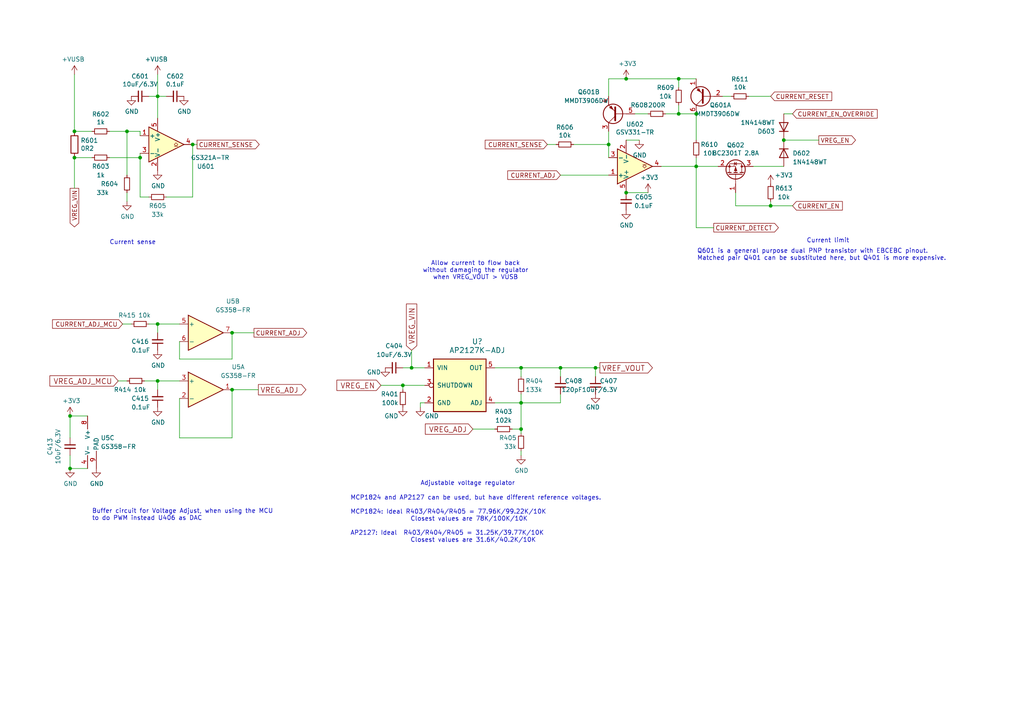
<source format=kicad_sch>
(kicad_sch (version 20250114) (generator "eeschema") (generator_version "9.0")
  (paper "A4")
  (lib_symbols
    (symbol "Amplifier_Operational:LM358_DFN" (pin_names (offset 0.127))
      (property "Reference" "U" (at 0 5.08 0))
      (property "Value" "LM358_DFN" (at 0 -5.08 0))
      (symbol "LM358_DFN_1_1"
        (polyline (pts (xy -5.08 5.08) (xy 5.08 0) (xy -5.08 -5.08) (xy -5.08 5.08)) (stroke (width 0.254)) (fill (type background)))
        (pin input line (at -7.62 2.54 0) (length 2.54) (name "+") (number "3"))
        (pin input line (at -7.62 -2.54 0) (length 2.54) (name "-") (number "2"))
        (pin output line (at 7.62 0 180) (length 2.54) (name "~") (number "1"))
      )
      (symbol "LM358_DFN_2_1"
        (polyline (pts (xy -5.08 5.08) (xy 5.08 0) (xy -5.08 -5.08) (xy -5.08 5.08)) (stroke (width 0.254)) (fill (type background)))
        (pin input line (at -7.62 2.54 0) (length 2.54) (name "+") (number "5"))
        (pin input line (at -7.62 -2.54 0) (length 2.54) (name "-") (number "6"))
        (pin output line (at 7.62 0 180) (length 2.54) (name "~") (number "7"))
      )
      (symbol "LM358_DFN_3_1"
        (pin power_in line (at -2.54 7.62 270) (length 3.81) (name "V+") (number "8"))
        (pin power_in line (at -2.54 -7.62 90) (length 3.81) (name "V-") (number "4"))
        (pin power_in line (at 0 -7.62 90) (length 5.08) (name "PAD") (number "9"))
      )
    )
    (symbol "BusPirate-5-rev10-rescue:+3.3V-power" (power) (pin_names (offset 0))
      (property "Value" "+3.3V-power" (at 0 3.556 0))
      (symbol "+3.3V-power_0_1"
        (polyline (pts (xy -0.762 1.27) (xy 0 2.54)))
        (polyline (pts (xy 0 2.54) (xy 0.762 1.27)))
        (polyline (pts (xy 0 0) (xy 0 2.54)))
      )
      (symbol "+3.3V-power_1_1"
        (pin power_in line (at 0 0 90) (length 0) (hide yes) (name "+3V3") (number "1"))
      )
    )
    (symbol "Comparator:LMV331" (pin_names (offset 0.127))
      (property "Reference" "U" (at 1.27 5.08 0))
      (property "Value" "LMV331" (at 3.81 -5.08 0))
      (symbol "LMV331_0_1"
        (polyline (pts (xy -5.08 5.08) (xy 5.08 0) (xy -5.08 -5.08) (xy -5.08 5.08)) (stroke (width 0.254)) (fill (type background)))
        (polyline (pts (xy 3.302 -0.508) (xy 2.794 -0.508) (xy 3.302 0) (xy 2.794 0.508) (xy 2.286 0) (xy 2.794 -0.508) (xy 2.286 -0.508)) (stroke (width 0.127)))
      )
      (symbol "LMV331_1_1"
        (pin input line (at -7.62 2.54 0) (length 2.54) (name "+") (number "1"))
        (pin input line (at -7.62 -2.54 0) (length 2.54) (name "-") (number "3"))
        (pin power_in line (at -2.54 7.62 270) (length 3.81) (name "V+") (number "5"))
        (pin power_in line (at -2.54 -7.62 90) (length 3.81) (name "V-") (number "2"))
        (pin open_collector line (at 7.62 0 180) (length 2.54) (name "~") (number "4"))
      )
    )
    (symbol "Device:C_Small" (pin_numbers (hide yes)) (pin_names (offset 0.254) (hide yes))
      (property "Reference" "C" (at 0.254 1.778 0))
      (property "Value" "C_Small" (at 0.254 -2.032 0))
      (symbol "C_Small_0_1"
        (polyline (pts (xy -1.524 0.508) (xy 1.524 0.508)) (stroke (width 0.3048)))
        (polyline (pts (xy -1.524 -0.508) (xy 1.524 -0.508)) (stroke (width 0.3302)))
      )
      (symbol "C_Small_1_1"
        (pin passive line (at 0 2.54 270) (length 2.032) (name "~") (number "1"))
        (pin passive line (at 0 -2.54 90) (length 2.032) (name "~") (number "2"))
      )
    )
    (symbol "Device:R" (pin_numbers (hide yes)) (pin_names (offset 0))
      (property "Reference" "R" (at 2.032 0 90))
      (property "Value" "R" (at 0 0 90))
      (symbol "R_0_1"
        (rectangle (start -1.016 -2.54) (end 1.016 2.54) (stroke (width 0.254)))
      )
      (symbol "R_1_1"
        (pin passive line (at 0 3.81 270) (length 1.27) (name "~") (number "1"))
        (pin passive line (at 0 -3.81 90) (length 1.27) (name "~") (number "2"))
      )
    )
    (symbol "Device:R_Small" (pin_numbers (hide yes)) (pin_names (offset 0.254) (hide yes))
      (property "Reference" "R" (at 0.762 0.508 0))
      (property "Value" "R_Small" (at 0.762 -1.016 0))
      (symbol "R_Small_0_1"
        (rectangle (start -0.762 1.778) (end 0.762 -1.778) (stroke (width 0.2032)))
      )
      (symbol "R_Small_1_1"
        (pin passive line (at 0 2.54 270) (length 0.762) (name "~") (number "1"))
        (pin passive line (at 0 -2.54 90) (length 0.762) (name "~") (number "2"))
      )
    )
    (symbol "Diode:1N4148WS" (pin_numbers (hide yes)) (pin_names (hide yes))
      (property "Reference" "D" (at 0 2.54 0))
      (property "Value" "1N4148WS" (at 0 -2.54 0))
      (symbol "1N4148WS_0_1"
        (polyline (pts (xy -1.27 1.27) (xy -1.27 -1.27)) (stroke (width 0.254)))
        (polyline (pts (xy 1.27 1.27) (xy 1.27 -1.27) (xy -1.27 0) (xy 1.27 1.27)) (stroke (width 0.254)))
        (polyline (pts (xy 1.27 0) (xy -1.27 0)))
      )
      (symbol "1N4148WS_1_1"
        (pin passive line (at -3.81 0 0) (length 2.54) (name "K") (number "1"))
        (pin passive line (at 3.81 0 180) (length 2.54) (name "A") (number "2"))
      )
    )
    (symbol "Transistor_FET:BSS84" (pin_names (hide yes))
      (property "Reference" "Q" (at 5.08 1.905 0))
      (property "Value" "BSS84" (at 5.08 0 0))
      (symbol "BSS84_0_1"
        (polyline (pts (xy 0.254 1.905) (xy 0.254 -1.905)) (stroke (width 0.254)))
        (polyline (pts (xy 0.254 0) (xy -2.54 0)))
        (polyline (pts (xy 0.762 2.286) (xy 0.762 1.27)) (stroke (width 0.254)))
        (polyline (pts (xy 0.762 1.778) (xy 3.302 1.778) (xy 3.302 -1.778) (xy 0.762 -1.778)))
        (polyline (pts (xy 0.762 0.508) (xy 0.762 -0.508)) (stroke (width 0.254)))
        (polyline (pts (xy 0.762 -1.27) (xy 0.762 -2.286)) (stroke (width 0.254)))
        (circle (center 1.651 0) (radius 2.794) (stroke (width 0.254)))
        (polyline (pts (xy 2.286 0) (xy 1.27 0.381) (xy 1.27 -0.381) (xy 2.286 0)) (fill (type outline)))
        (polyline (pts (xy 2.54 2.54) (xy 2.54 1.778)))
        (circle (center 2.54 1.778) (radius 0.254) (fill (type outline)))
        (circle (center 2.54 -1.778) (radius 0.254) (fill (type outline)))
        (polyline (pts (xy 2.54 -2.54) (xy 2.54 0) (xy 0.762 0)))
        (polyline (pts (xy 2.794 -0.508) (xy 2.921 -0.381) (xy 3.683 -0.381) (xy 3.81 -0.254)))
        (polyline (pts (xy 3.302 -0.381) (xy 2.921 0.254) (xy 3.683 0.254) (xy 3.302 -0.381)))
      )
      (symbol "BSS84_1_1"
        (pin input line (at -5.08 0 0) (length 2.54) (name "G") (number "1"))
        (pin passive line (at 2.54 5.08 270) (length 2.54) (name "D") (number "3"))
        (pin passive line (at 2.54 -5.08 90) (length 2.54) (name "S") (number "2"))
      )
    )
    (symbol "dp-power:+VUSB" (power) (pin_names (offset 1.016))
      (property "Value" "+VUSB" (at 0 5.08 0))
      (symbol "+VUSB_0_1"
        (polyline (pts (xy 0 2.54) (xy -0.762 1.27)))
        (polyline (pts (xy 0 2.54) (xy 0.762 1.27)))
        (polyline (pts (xy 0 0) (xy 0 2.54)))
      )
      (symbol "+VUSB_1_1"
        (pin power_in line (at 0 0 90) (length 0) (hide yes) (name "+VUSB") (number "1"))
      )
    )
    (symbol "dp-vreg:MCP1824" (pin_names (offset 1.016))
      (property "Reference" "U" (at 0 12.7 0))
      (property "Value" "MCP1824" (at 0 10.16 0))
      (symbol "MCP1824_0_1"
        (rectangle (start -7.62 7.62) (end 7.62 -7.62) (stroke (width 0.3048)) (fill (type background)))
      )
      (symbol "MCP1824_1_1"
        (pin input line (at -10.16 5.08 0) (length 2.54) (name "VIN") (number "1"))
        (pin input inverted (at -10.16 0 0) (length 2.54) (name "SHUTDOWN") (number "3"))
        (pin input line (at -10.16 -5.08 0) (length 2.54) (name "GND") (number "2"))
        (pin power_out line (at 10.16 5.08 180) (length 2.54) (name "OUT") (number "5"))
        (pin input line (at 10.16 -5.08 180) (length 2.54) (name "ADJ") (number "4"))
      )
    )
    (symbol "kicad5-device:Q_DUAL_PNP_PNP_E1B1C2E2B2C1" (pin_names (offset 0) (hide yes))
      (property "Reference" "Q" (at 5.08 1.27 0))
      (property "Value" "Q_DUAL_PNP_PNP_E1B1C2E2B2C1" (at 5.08 -1.27 0))
      (symbol "Q_DUAL_PNP_PNP_E1B1C2E2B2C1_0_1"
        (polyline (pts (xy 0.635 1.905) (xy 0.635 -1.905) (xy 0.635 -1.905)) (stroke (width 0.508)))
        (polyline (pts (xy 0.635 0.635) (xy 2.54 2.54)))
        (polyline (pts (xy 0.635 0) (xy -2.54 0)))
        (polyline (pts (xy 0.635 -0.635) (xy 2.54 -2.54) (xy 2.54 -2.54)))
        (circle (center 1.27 0) (radius 2.8194) (stroke (width 0.254)))
        (polyline (pts (xy 2.286 -1.778) (xy 1.778 -2.286) (xy 1.27 -1.27) (xy 2.286 -1.778) (xy 2.286 -1.778)) (fill (type outline)))
      )
      (symbol "Q_DUAL_PNP_PNP_E1B1C2E2B2C1_1_1"
        (pin input line (at -5.08 0 0) (length 2.54) (name "B1") (number "2"))
        (pin passive line (at 2.54 5.08 270) (length 2.54) (name "C1") (number "6"))
        (pin passive line (at 2.54 -5.08 90) (length 2.54) (name "E1") (number "1"))
      )
      (symbol "Q_DUAL_PNP_PNP_E1B1C2E2B2C1_2_1"
        (pin input line (at -5.08 0 0) (length 2.54) (name "B2") (number "5"))
        (pin passive line (at 2.54 5.08 270) (length 2.54) (name "C2") (number "3"))
        (pin passive line (at 2.54 -5.08 90) (length 2.54) (name "E2") (number "4"))
      )
    )
    (symbol "power:GND" (power) (pin_names (offset 0))
      (property "Value" "GND" (at 0 -3.81 0))
      (symbol "GND_0_1"
        (polyline (pts (xy 0 0) (xy 0 -1.27) (xy 1.27 -1.27) (xy 0 -2.54) (xy -1.27 -1.27) (xy 0 -1.27)))
      )
      (symbol "GND_1_1"
        (pin power_in line (at 0 0 270) (length 0) (hide yes) (name "GND") (number "1"))
      )
    )
  )
  (text "Adjustable voltage regulator" (at 121.92 140.97 0) (effects (font (size 1.27 1.27)) (justify left bottom)))
  (text "Current sense" (at 31.75 71.12 0) (effects (font (size 1.27 1.27)) (justify left bottom)))
  (text "Allow current to flow back\nwithout damaging the regulator\nwhen VREG_VOUT > VUSB" (at 137.922 78.486 0) (effects (font (size 1.27 1.27))))
  (text "MCP1824 and AP2127 can be used, but have different reference voltages.\n\nMCP1824: Ideal R403/R404/R405 = 77.96K/99.22K/10K\n                  Closest values are 78K/100K/10K\n\nAP2127: Ideal  R403/R404/R405 = 31.25K/39.77K/10K\n                  Closest values are 31.6K/40.2K/10K" (at 101.6 157.48 0) (effects (font (size 1.27 1.27)) (justify left bottom)))
  (text "Current limit" (at 233.934 70.612 0) (effects (font (size 1.27 1.27)) (justify left bottom)))
  (text "Buffer circuit for Voltage Adjust, when using the MCU\nto do PWM instead U406 as DAC" (at 26.67 151.13 0) (effects (font (size 1.27 1.27)) (justify left bottom)))
  (text "Q601 is a general purpose dual PNP transistor with EBCEBC pinout. \nMatched pair Q401 can be substituted here, but Q401 is more expensive.\n" (at 202.184 75.692 0) (effects (font (size 1.27 1.27)) (justify left bottom)))
  (junction (at 201.93 48.26))
  (junction (at 151.13 106.68))
  (junction (at 227.33 40.64))
  (junction (at 201.93 33.02))
  (junction (at 162.56 106.68))
  (junction (at 116.84 111.76))
  (junction (at 20.32 120.65))
  (junction (at 181.61 22.86))
  (junction (at 196.85 33.02))
  (junction (at 45.72 27.94))
  (junction (at 21.59 38.1))
  (junction (at 67.31 113.03))
  (junction (at 40.64 45.72))
  (junction (at 151.13 124.46))
  (junction (at 45.72 93.98))
  (junction (at 119.38 106.68))
  (junction (at 45.72 110.49))
  (junction (at 181.61 55.88))
  (junction (at 172.72 106.68))
  (junction (at 55.88 41.91))
  (junction (at 20.32 135.89))
  (junction (at 176.53 41.91))
  (junction (at 36.83 38.1))
  (junction (at 151.13 116.84))
  (junction (at 196.85 22.86))
  (junction (at 21.59 45.72))
  (junction (at 67.31 96.52))
  (junction (at 223.52 59.69))
  (wire (pts (xy 213.36 59.69) (xy 213.36 55.88)))
  (wire (pts (xy 26.67 45.72) (xy 21.59 45.72)))
  (wire (pts (xy 151.13 132.08) (xy 151.13 130.81)))
  (wire (pts (xy 176.53 50.8) (xy 162.56 50.8)))
  (wire (pts (xy 20.32 132.08) (xy 20.32 135.89)))
  (wire (pts (xy 67.31 127) (xy 67.31 113.03)))
  (wire (pts (xy 176.53 41.91) (xy 176.53 45.72)))
  (wire (pts (xy 52.07 110.49) (xy 45.72 110.49)))
  (wire (pts (xy 223.52 27.94) (xy 217.17 27.94)))
  (wire (pts (xy 151.13 125.73) (xy 151.13 124.46)))
  (wire (pts (xy 20.32 120.65) (xy 20.32 127)))
  (wire (pts (xy 166.37 41.91) (xy 176.53 41.91)))
  (wire (pts (xy 181.61 22.86) (xy 176.53 22.86)))
  (wire (pts (xy 31.75 38.1) (xy 36.83 38.1)))
  (wire (pts (xy 161.29 41.91) (xy 158.75 41.91)))
  (wire (pts (xy 151.13 116.84) (xy 162.56 116.84)))
  (wire (pts (xy 191.77 48.26) (xy 201.93 48.26)))
  (wire (pts (xy 45.72 93.98) (xy 45.72 96.52)))
  (wire (pts (xy 123.19 116.84) (xy 121.92 116.84)))
  (wire (pts (xy 40.64 38.1) (xy 40.64 39.37)))
  (wire (pts (xy 67.31 104.14) (xy 67.31 96.52)))
  (wire (pts (xy 40.64 57.15) (xy 40.64 45.72)))
  (wire (pts (xy 45.72 27.94) (xy 45.72 21.59)))
  (wire (pts (xy 21.59 38.1) (xy 21.59 21.59)))
  (wire (pts (xy 151.13 116.84) (xy 151.13 114.3)))
  (wire (pts (xy 116.84 111.76) (xy 110.49 111.76)))
  (wire (pts (xy 187.96 33.02) (xy 184.15 33.02)))
  (wire (pts (xy 193.04 33.02) (xy 196.85 33.02)))
  (wire (pts (xy 151.13 109.22) (xy 151.13 106.68)))
  (wire (pts (xy 172.72 106.68) (xy 173.99 106.68)))
  (wire (pts (xy 196.85 33.02) (xy 201.93 33.02)))
  (wire (pts (xy 43.18 57.15) (xy 40.64 57.15)))
  (wire (pts (xy 201.93 66.04) (xy 201.93 48.26)))
  (wire (pts (xy 36.83 55.88) (xy 36.83 58.42)))
  (wire (pts (xy 55.88 41.91) (xy 55.88 57.15)))
  (wire (pts (xy 137.16 124.46) (xy 143.51 124.46)))
  (wire (pts (xy 21.59 45.72) (xy 21.59 54.61)))
  (wire (pts (xy 55.88 57.15) (xy 48.26 57.15)))
  (wire (pts (xy 67.31 96.52) (xy 73.66 96.52)))
  (wire (pts (xy 52.07 99.06) (xy 52.07 104.14)))
  (wire (pts (xy 143.51 106.68) (xy 151.13 106.68)))
  (wire (pts (xy 213.36 59.69) (xy 223.52 59.69)))
  (wire (pts (xy 229.87 59.69) (xy 223.52 59.69)))
  (wire (pts (xy 181.61 22.86) (xy 196.85 22.86)))
  (wire (pts (xy 162.56 116.84) (xy 162.56 114.3)))
  (wire (pts (xy 196.85 22.86) (xy 201.93 22.86)))
  (wire (pts (xy 151.13 106.68) (xy 162.56 106.68)))
  (wire (pts (xy 40.64 44.45) (xy 40.64 45.72)))
  (wire (pts (xy 181.61 55.88) (xy 187.96 55.88)))
  (wire (pts (xy 201.93 48.26) (xy 201.93 45.72)))
  (wire (pts (xy 218.44 48.26) (xy 227.33 48.26)))
  (wire (pts (xy 119.38 101.6) (xy 119.38 106.68)))
  (wire (pts (xy 172.72 106.68) (xy 172.72 109.22)))
  (wire (pts (xy 55.88 41.91) (xy 57.15 41.91)))
  (wire (pts (xy 151.13 124.46) (xy 151.13 116.84)))
  (wire (pts (xy 212.09 27.94) (xy 209.55 27.94)))
  (wire (pts (xy 181.61 40.64) (xy 185.42 40.64)))
  (wire (pts (xy 207.01 66.04) (xy 201.93 66.04)))
  (wire (pts (xy 237.49 40.64) (xy 227.33 40.64)))
  (wire (pts (xy 176.53 27.94) (xy 176.53 22.86)))
  (wire (pts (xy 45.72 113.03) (xy 45.72 110.49)))
  (wire (pts (xy 52.07 115.57) (xy 52.07 127)))
  (wire (pts (xy 116.84 106.68) (xy 119.38 106.68)))
  (wire (pts (xy 116.84 113.03) (xy 116.84 111.76)))
  (wire (pts (xy 52.07 127) (xy 67.31 127)))
  (wire (pts (xy 143.51 116.84) (xy 151.13 116.84)))
  (wire (pts (xy 26.67 38.1) (xy 21.59 38.1)))
  (wire (pts (xy 45.72 93.98) (xy 52.07 93.98)))
  (wire (pts (xy 119.38 106.68) (xy 123.19 106.68)))
  (wire (pts (xy 52.07 104.14) (xy 67.31 104.14)))
  (wire (pts (xy 148.59 124.46) (xy 151.13 124.46)))
  (wire (pts (xy 176.53 38.1) (xy 176.53 41.91)))
  (wire (pts (xy 36.83 50.8) (xy 36.83 38.1)))
  (wire (pts (xy 45.72 110.49) (xy 41.91 110.49)))
  (wire (pts (xy 74.93 113.03) (xy 67.31 113.03)))
  (wire (pts (xy 123.19 111.76) (xy 116.84 111.76)))
  (wire (pts (xy 201.93 40.64) (xy 201.93 33.02)))
  (wire (pts (xy 196.85 25.4) (xy 196.85 22.86)))
  (wire (pts (xy 162.56 109.22) (xy 162.56 106.68)))
  (wire (pts (xy 162.56 106.68) (xy 172.72 106.68)))
  (wire (pts (xy 208.28 48.26) (xy 201.93 48.26)))
  (wire (pts (xy 36.83 110.49) (xy 34.29 110.49)))
  (wire (pts (xy 40.64 45.72) (xy 31.75 45.72)))
  (wire (pts (xy 196.85 30.48) (xy 196.85 33.02)))
  (wire (pts (xy 43.18 27.94) (xy 45.72 27.94)))
  (wire (pts (xy 36.83 38.1) (xy 40.64 38.1)))
  (wire (pts (xy 20.32 120.65) (xy 25.4 120.65)))
  (wire (pts (xy 45.72 27.94) (xy 45.72 34.29)))
  (wire (pts (xy 223.52 58.42) (xy 223.52 59.69)))
  (wire (pts (xy 43.18 93.98) (xy 45.72 93.98)))
  (wire (pts (xy 229.87 33.02) (xy 227.33 33.02)))
  (wire (pts (xy 121.92 116.84) (xy 121.92 118.11)))
  (wire (pts (xy 45.72 27.94) (xy 48.26 27.94)))
  (wire (pts (xy 20.32 135.89) (xy 25.4 135.89)))
  (wire (pts (xy 38.1 93.98) (xy 35.56 93.98)))
  (global_label "CURRENT_ADJ" (shape input) (at 162.56 50.8 180) (property "Intersheetrefs" "${INTERSHEET_REFS}" (effects (hide yes))))
  (global_label "VREG_VIN" (shape output) (at 21.59 54.61 270) (property "Intersheetrefs" "${INTERSHEET_REFS}" (effects (hide yes))))
  (global_label "VREF_VOUT" (shape output) (at 173.99 106.68 0) (effects (font (size 1.524 1.524))) (property "Intersheetrefs" "${INTERSHEET_REFS}" (effects (hide yes))))
  (global_label "VREG_ADJ" (shape output) (at 74.93 113.03 0) (effects (font (size 1.524 1.524))) (property "Intersheetrefs" "${INTERSHEET_REFS}" (effects (hide yes))))
  (global_label "CURRENT_ADJ" (shape output) (at 73.66 96.52 0) (property "Intersheetrefs" "${INTERSHEET_REFS}" (effects (hide yes))))
  (global_label "CURRENT_DETECT" (shape output) (at 207.01 66.04 0) (property "Intersheetrefs" "${INTERSHEET_REFS}" (effects (hide yes))))
  (global_label "VREG_ADJ" (shape input) (at 137.16 124.46 180) (effects (font (size 1.524 1.524))) (property "Intersheetrefs" "${INTERSHEET_REFS}" (effects (hide yes))))
  (global_label "VREG_EN" (shape output) (at 237.49 40.64 0) (property "Intersheetrefs" "${INTERSHEET_REFS}" (effects (hide yes))))
  (global_label "CURRENT_SENSE" (shape input) (at 158.75 41.91 180) (property "Intersheetrefs" "${INTERSHEET_REFS}" (effects (hide yes))))
  (global_label "VREG_EN" (shape input) (at 110.49 111.76 180) (effects (font (size 1.524 1.524))) (property "Intersheetrefs" "${INTERSHEET_REFS}" (effects (hide yes))))
  (global_label "VREG_ADJ_MCU" (shape input) (at 34.29 110.49 180) (effects (font (size 1.524 1.524))) (property "Intersheetrefs" "${INTERSHEET_REFS}" (effects (hide yes))))
  (global_label "CURRENT_SENSE" (shape output) (at 57.15 41.91 0) (property "Intersheetrefs" "${INTERSHEET_REFS}" (effects (hide yes))))
  (global_label "VREG_VIN" (shape input) (at 119.38 101.6 90) (effects (font (size 1.524 1.524))) (property "Intersheetrefs" "${INTERSHEET_REFS}" (effects (hide yes))))
  (global_label "CURRENT_EN" (shape input) (at 229.87 59.69 0) (property "Intersheetrefs" "${INTERSHEET_REFS}" (effects (hide yes))))
  (global_label "CURRENT_EN_OVERRIDE" (shape input) (at 229.87 33.02 0) (property "Intersheetrefs" "${INTERSHEET_REFS}" (effects (hide yes))))
  (global_label "CURRENT_RESET" (shape input) (at 223.52 27.94 0) (property "Intersheetrefs" "${INTERSHEET_REFS}" (effects (hide yes))))
  (global_label "CURRENT_ADJ_MCU" (shape input) (at 35.56 93.98 180) (property "Intersheetrefs" "${INTERSHEET_REFS}" (effects (hide yes))))
  (symbol (lib_id "dp-vreg:MCP1824") (at 133.35 111.76 0) (unit 1)
    (property "Reference" "U403" (at 138.43 99.06 0) (effects (font (size 1.524 1.524))))
    (property "Value" "AP2127K-ADJ" (at 138.43 101.6 0) (effects (font (size 1.524 1.524))))
    (property "Footprint" "Package_TO_SOT_SMD:SOT-23-5" (effects (hide yes)))
    (property "RMB" "2.68" (effects (hide yes)))
    (property "Supplier" " https://item.szlcsc.com/157049.html" (effects (hide yes)))
    (property "szlcsc_partnumber" "C96343" (effects (hide yes)))
    (property "szlcsc_url" "https://item.szlcsc.com/97547.html?fromZone=s_s__%2522AP2127K-ADJ%2522&spm=sc.gb.xh1.zy.n___sc.gb.hd.ss&lcsc_vid=RlENUlJWE1QKBlBWRAVaUFNTT1leBQZXRFNcVAVQQVAxVlNSRFRcV1ZTQFNZVDsOAxUeFF5JWAgaAglIBBsCBBcFWQIBCks%3D" (effects (hide yes)))
    (instances (project "REV0" (path "" (reference "U?") (unit 1)) (path "" (reference "U403") (unit 1))))
  )
  (symbol (lib_id "power:GND") (at 121.92 118.11 0) (unit 1)
    (property "Reference" "#PWR0412" (effects (hide yes)))
    (property "Value" "GND" (at 123.19 120.65 0) (effects (justify left)))
  )
  (symbol (lib_id "Device:C_Small") (at 172.72 111.76 0) (unit 1)
    (property "Reference" "C407" (at 179.07 110.49 0) (effects (justify right)))
    (property "Value" "10uF/6.3V" (at 179.07 113.03 0) (effects (justify right)))
    (property "Footprint" "Capacitor_SMD:C_0402_1005Metric" (effects (hide yes)))
    (property "Description" "CL05A106MQ5NUNC" (effects (hide yes)))
    (property "RMB" "0.037726" (effects (hide yes)))
    (property "Supplier" "https://item.szlcsc.com/1877.html" (effects (hide yes)))
    (property "MANUFACTURER" "Samsung" (effects (hide yes)))
    (property "szlcsc_partnumber" "C15525" (effects (hide yes)))
    (property "szlcsc_url" "https://item.szlcsc.com/16204.html?fromZone=s_s__%2522CL05A106MQ5NUNC%2522&spm=sc.gb.xh1.zy.n___sc.gb.hd.ss&lcsc_vid=RlENUlJWE1QKBlBWRAVaUFNTT1leBQZXRFNcVAVQQVAxVlNSRFRfXlxWQ1hXUDsOAxUeFF5JWAgaAglIBBsCBBcFWQIBCks%3D" (effects (hide yes)))
  )
  (symbol (lib_id "power:GND") (at 172.72 114.3 0) (unit 1)
    (property "Reference" "#PWR0419" (effects (hide yes)))
    (property "Value" "GND" (at 173.99 118.11 0) (effects (justify right)))
  )
  (symbol (lib_id "Device:C_Small") (at 114.3 106.68 270) (unit 1)
    (property "Reference" "C404" (at 114.3 100.33 90))
    (property "Value" "10uF/6.3V" (at 114.3 102.87 90))
    (property "Footprint" "Capacitor_SMD:C_0402_1005Metric" (effects (hide yes)))
    (property "Description" "CL05A106MQ5NUNC" (effects (hide yes)))
    (property "RMB" "0.037726" (effects (hide yes)))
    (property "Supplier" "https://item.szlcsc.com/1877.html" (effects (hide yes)))
    (property "MANUFACTURER" "Samsung" (effects (hide yes)))
    (property "szlcsc_partnumber" "C15525" (effects (hide yes)))
    (property "szlcsc_url" "https://item.szlcsc.com/16204.html?fromZone=s_s__%2522CL05A106MQ5NUNC%2522&spm=sc.gb.xh1.zy.n___sc.gb.hd.ss&lcsc_vid=RlENUlJWE1QKBlBWRAVaUFNTT1leBQZXRFNcVAVQQVAxVlNSRFRfXlxWQ1hXUDsOAxUeFF5JWAgaAglIBBsCBBcFWQIBCks%3D" (effects (hide yes)))
  )
  (symbol (lib_id "power:GND") (at 111.76 106.68 0) (unit 1)
    (property "Reference" "#PWR0410" (effects (hide yes)))
    (property "Value" "GND" (at 110.49 107.95 0) (effects (justify right)))
  )
  (symbol (lib_id "Device:R_Small") (at 116.84 115.57 0) (unit 1)
    (property "Reference" "R401" (at 115.57 114.3 0) (effects (justify right)))
    (property "Value" "100k" (at 115.57 116.84 0) (effects (justify right)))
    (property "Footprint" "Resistor_SMD:R_0402_1005Metric" (effects (hide yes)))
    (property "RMB" "0.005749" (effects (hide yes)))
    (property "Supplier" "https://item.szlcsc.com/61543.html" (effects (hide yes)))
    (property "szlcsc_partnumber" "C25741" (effects (hide yes)))
    (property "szlcsc_url" "https://item.szlcsc.com/26484.html?fromZone=s_s__%2522100K%25200402%2522&spm=sc.gb.xh1.zy.n&lcsc_vid=RlENUlJWE1QKBlBWRAVaUFNTT1leBQZXRFNcVAVQQVAxVlNSRFRcV1ZTQFNZVDsOAxUeFF5JWAgaAglIBBsCBBcFWQIBCks%3D" (effects (hide yes)))
  )
  (symbol (lib_id "power:GND") (at 116.84 118.11 0) (unit 1)
    (property "Reference" "#PWR0411" (effects (hide yes)))
    (property "Value" "GND" (at 115.57 120.65 0) (effects (justify right)))
  )
  (symbol (lib_id "Device:R_Small") (at 151.13 111.76 0) (unit 1)
    (property "Reference" "R404" (at 152.4 110.49 0) (effects (justify left)))
    (property "Value" "133k" (at 152.4 113.03 0) (effects (justify left)))
    (property "Footprint" "Resistor_SMD:R_0402_1005Metric" (effects (hide yes)))
    (property "RMB" "0.005749" (effects (hide yes)))
    (property "Supplier" "https://item.szlcsc.com/61543.html" (effects (hide yes)))
    (property "szlcsc_partnumber" "C25753" (effects (hide yes)))
    (property "szlcsc_url" "https://item.szlcsc.com/26496.html?fromZone=s_s__%2522133K%25200402%2522&spm=sc.gb.xh4.zy.n___sc.gb.hd.ss&lcsc_vid=RlENUlJWE1QKBlBWRAVaUFNTT1leBQZXRFNcVAVQQVAxVlNSRFRcV1ZTQFNZVDsOAxUeFF5JWAgaAglIBBsCBBcFWQIBCks%3D" (effects (hide yes)))
  )
  (symbol (lib_id "Device:R_Small") (at 151.13 128.27 0) (unit 1)
    (property "Reference" "R405" (at 149.86 127 0) (effects (justify right)))
    (property "Value" "33k" (at 149.86 129.54 0) (effects (justify right)))
    (property "Footprint" "Resistor_SMD:R_0402_1005Metric" (effects (hide yes)))
    (property "RMB" "0.004864" (effects (hide yes)))
    (property "Supplier" "https://item.szlcsc.com/61542.html" (effects (hide yes)))
    (property "szlcsc_partnumber" "C25779" (effects (hide yes)))
    (property "szlcsc_url" "https://item.szlcsc.com/26522.html?fromZone=s_s__%252233K%25200402%2522&spm=sc.gb.xh2.zy.n___sc.gb.hd.ss&lcsc_vid=RlENUlJWE1QKBlBWRAVaUFNTT1leBQZXRFNcVAVQQVAxVlNSRFRcV1ZTQFNZVDsOAxUeFF5JWAgaAglIBBsCBBcFWQIBCks%3D" (effects (hide yes)))
  )
  (symbol (lib_id "Device:R_Small") (at 146.05 124.46 90) (unit 1)
    (property "Reference" "R403" (at 146.05 119.38 90))
    (property "Value" "102k" (at 146.05 121.92 90))
    (property "Footprint" "Resistor_SMD:R_0402_1005Metric" (effects (hide yes)))
    (property "RMB" "0.005944" (effects (hide yes)))
    (property "Supplier" "https://item.szlcsc.com/174835.html" (effects (hide yes)))
    (property "szlcsc_partnumber" "C26991" (effects (hide yes)))
    (property "szlcsc_url" "https://item.szlcsc.com/27740.html?fromZone=s_s__%2522102K%25200402%2522&spm=sc.gb.xh3.zy.n___sc.gb.hd.ss&lcsc_vid=RlENUlJWE1QKBlBWRAVaUFNTT1leBQZXRFNcVAVQQVAxVlNSRFRcV1ZTQFNZVDsOAxUeFF5JWAgaAglIBBsCBBcFWQIBCks%3D" (effects (hide yes)))
  )
  (symbol (lib_id "power:GND") (at 151.13 132.08 0) (unit 1)
    (property "Reference" "#PWR0417" (effects (hide yes)))
    (property "Value" "GND" (at 151.257 136.4742 0))
  )
  (symbol (lib_id "Device:R_Small") (at 29.21 38.1 270) (unit 1)
    (property "Reference" "R602" (at 29.21 33.1216 90))
    (property "Value" "1k" (at 29.21 35.433 90))
    (property "Footprint" "Resistor_SMD:R_0402_1005Metric" (effects (hide yes)))
    (property "RMB" "0.005622" (effects (hide yes)))
    (property "Supplier" "https://item.szlcsc.com/107450.html" (effects (hide yes)))
    (property "szlcsc_partnumber" "C11702" (effects (hide yes)))
    (property "szlcsc_url" "https://item.szlcsc.com/12256.html?fromZone=s_s__%25221K%25200402%2522&spm=sc.gb.xh1.zy.n&lcsc_vid=RlENUlJWE1QKBlBWRAVaUFNTT1leBQZXRFNcVAVQQVAxVlNSRFRcV1VURlNcVTsOAxUeFF5JWAgaAglIBBsCBBcFWQIBCks%3D" (effects (hide yes)))
  )
  (symbol (lib_id "Device:R") (at 21.59 41.91 0) (unit 1)
    (property "Reference" "R601" (at 23.368 40.7416 0) (effects (justify left)))
    (property "Value" "0R2" (at 23.368 43.053 0) (effects (justify left)))
    (property "Footprint" "Resistor_SMD:R_2512_6332Metric_Pad1.40x3.35mm_HandSolder" (effects (hide yes)))
    (property "RMB" "0.418328" (effects (hide yes)))
    (property "Supplier" "https://item.szlcsc.com/464030.html" (effects (hide yes)))
  )
  (symbol (lib_id "Device:R_Small") (at 29.21 45.72 270) (unit 1)
    (property "Reference" "R603" (at 29.21 48.26 90))
    (property "Value" "1k" (at 29.21 50.8 90))
    (property "Footprint" "Resistor_SMD:R_0402_1005Metric" (effects (hide yes)))
    (property "RMB" "0.005622" (effects (hide yes)))
    (property "Supplier" "https://item.szlcsc.com/107450.html" (effects (hide yes)))
    (property "szlcsc_partnumber" "C11702" (effects (hide yes)))
    (property "szlcsc_url" "https://item.szlcsc.com/12256.html?fromZone=s_s__%25221K%25200402%2522&spm=sc.gb.xh1.zy.n&lcsc_vid=RlENUlJWE1QKBlBWRAVaUFNTT1leBQZXRFNcVAVQQVAxVlNSRFRcV1VURlNcVTsOAxUeFF5JWAgaAglIBBsCBBcFWQIBCks%3D" (effects (hide yes)))
  )
  (symbol (lib_id "Device:R_Small") (at 36.83 53.34 180) (unit 1)
    (property "Reference" "R604" (at 29.21 53.34 0) (effects (justify right)))
    (property "Value" "33k" (at 27.94 55.88 0) (effects (justify right)))
    (property "Footprint" "Resistor_SMD:R_0402_1005Metric" (effects (hide yes)))
    (property "RMB" "0.005541" (effects (hide yes)))
    (property "Supplier" "https://item.szlcsc.com/141563.html" (effects (hide yes)))
    (property "szlcsc_partnumber" "C25779" (effects (hide yes)))
    (property "szlcsc_url" "https://item.szlcsc.com/26522.html?fromZone=s_s__%252233K%25200402%2522&spm=sc.gb.xh2.zy.n___sc.gb.hd.ss&lcsc_vid=RlENUlJWE1QKBlBWRAVaUFNTT1leBQZXRFNcVAVQQVAxVlNSRFRcV1ZTQFNZVDsOAxUeFF5JWAgaAglIBBsCBBcFWQIBCks%3D" (effects (hide yes)))
  )
  (symbol (lib_id "power:GND") (at 36.83 58.42 0) (unit 1)
    (property "Reference" "#PWR0602" (effects (hide yes)))
    (property "Value" "GND" (at 36.957 62.8142 0))
  )
  (symbol (lib_id "power:GND") (at 45.72 49.53 0) (unit 1)
    (property "Reference" "#PWR0605" (effects (hide yes)))
    (property "Value" "GND" (at 45.847 53.9242 0))
  )
  (symbol (lib_id "Device:R_Small") (at 45.72 57.15 270) (unit 1)
    (property "Reference" "R605" (at 45.72 59.69 90))
    (property "Value" "33k" (at 45.72 62.23 90))
    (property "Footprint" "Resistor_SMD:R_0402_1005Metric" (effects (hide yes)))
    (property "RMB" "0.005541" (effects (hide yes)))
    (property "Supplier" "https://item.szlcsc.com/141563.html" (effects (hide yes)))
    (property "szlcsc_partnumber" "C25779" (effects (hide yes)))
    (property "szlcsc_url" "https://item.szlcsc.com/26522.html?fromZone=s_s__%252233K%25200402%2522&spm=sc.gb.xh2.zy.n___sc.gb.hd.ss&lcsc_vid=RlENUlJWE1QKBlBWRAVaUFNTT1leBQZXRFNcVAVQQVAxVlNSRFRcV1ZTQFNZVDsOAxUeFF5JWAgaAglIBBsCBBcFWQIBCks%3D" (effects (hide yes)))
  )
  (symbol (lib_id "Device:C_Small") (at 50.8 27.94 270) (unit 1)
    (property "Reference" "C602" (at 50.8 22.1234 90))
    (property "Value" "0.1uF" (at 50.8 24.4348 90))
    (property "Footprint" "Capacitor_SMD:C_0402_1005Metric" (effects (hide yes)))
    (property "RMB" "0.00628" (effects (hide yes)))
    (property "Supplier" "https://item.szlcsc.com/1877.html" (effects (hide yes)))
    (property "szlcsc_partnumber" "C1525" (effects (hide yes)))
    (property "szlcsc_url" "https://item.szlcsc.com/1877.html?fromZone=s_s__%25220.1uF%25200402%2522&spm=sc.gb.xh2.zy.n&lcsc_vid=RlENUlJWE1QKBlBWRAVaUFNTT1leBQZXRFNcVAVQQVAxVlNSRFRfXlBUQ1ZeVzsOAxUeFF5JWAgaAglIBBsCBBcFWQIBCks%3D" (effects (hide yes)))
  )
  (symbol (lib_id "Device:C_Small") (at 40.64 27.94 270) (unit 1)
    (property "Reference" "C601" (at 40.64 22.1234 90))
    (property "Value" "10uF/6.3V" (at 40.64 24.4348 90))
    (property "Footprint" "Capacitor_SMD:C_0402_1005Metric" (effects (hide yes)))
    (property "Description" "CL05A106MQ5NUNC" (effects (hide yes)))
    (property "RMB" "0.043101" (effects (hide yes)))
    (property "Supplier" "https://item.szlcsc.com/108589.html" (effects (hide yes)))
    (property "MANUFACTURER" "Samsung" (effects (hide yes)))
    (property "szlcsc_partnumber" "C15525" (effects (hide yes)))
    (property "szlcsc_url" "https://item.szlcsc.com/16204.html?fromZone=s_s__%2522CL05A106MQ5NUNC%2522&spm=sc.gb.xh1.zy.n___sc.gb.hd.ss&lcsc_vid=RlENUlJWE1QKBlBWRAVaUFNTT1leBQZXRFNcVAVQQVAxVlNSRFRfXlxWQ1hXUDsOAxUeFF5JWAgaAglIBBsCBBcFWQIBCks%3D" (effects (hide yes)))
  )
  (symbol (lib_id "power:GND") (at 53.34 27.94 0) (unit 1)
    (property "Reference" "#PWR0606" (effects (hide yes)))
    (property "Value" "GND" (at 53.467 32.3342 0))
  )
  (symbol (lib_id "power:GND") (at 38.1 27.94 0) (unit 1)
    (property "Reference" "#PWR0603" (effects (hide yes)))
    (property "Value" "GND" (at 38.227 32.3342 0))
  )
  (symbol (lib_id "Device:R_Small") (at 163.83 41.91 270) (unit 1)
    (property "Reference" "R606" (at 163.83 36.9316 90))
    (property "Value" "10k" (at 163.83 39.243 90))
    (property "Footprint" "Resistor_SMD:R_0402_1005Metric" (effects (hide yes)))
    (property "szlcsc_partnumber" "C25744" (effects (hide yes)))
    (property "szlcsc_url" "https://item.szlcsc.com/26487.html?fromZone=s_s__%252210K%25200402%2522&spm=sc.gb.xh1.zy.n___sc.gb.hd.ss&lcsc_vid=RlENUlJWE1QKBlBWRAVaUFNTT1leBQZXRFNcVAVQQVAxVlNSRFRcV1ZTQFNZVDsOAxUeFF5JWAgaAglIBBsCBBcFWQIBCks%3D" (effects (hide yes)))
  )
  (symbol (lib_id "BusPirate-5-rev10-rescue:+3.3V-power") (at 181.61 22.86 0) (unit 1)
    (property "Reference" "#PWR0609" (effects (hide yes)))
    (property "Value" "+3V3" (at 181.991 18.4658 0))
  )
  (symbol (lib_id "Device:C_Small") (at 181.61 58.42 0) (unit 1)
    (property "Reference" "C605" (at 186.69 57.15 0))
    (property "Value" "0.1uF" (at 186.69 59.69 0))
    (property "Footprint" "Capacitor_SMD:C_0402_1005Metric" (effects (hide yes)))
    (property "RMB" "0.00628" (effects (hide yes)))
    (property "Supplier" "https://item.szlcsc.com/1877.html" (effects (hide yes)))
    (property "szlcsc_partnumber" "C1525" (effects (hide yes)))
    (property "szlcsc_url" "https://item.szlcsc.com/1877.html?fromZone=s_s__%25220.1uF%25200402%2522&spm=sc.gb.xh2.zy.n&lcsc_vid=RlENUlJWE1QKBlBWRAVaUFNTT1leBQZXRFNcVAVQQVAxVlNSRFRfXlBUQ1ZeVzsOAxUeFF5JWAgaAglIBBsCBBcFWQIBCks%3D" (effects (hide yes)))
  )
  (symbol (lib_id "power:GND") (at 181.61 60.96 0) (unit 1)
    (property "Reference" "#PWR0610" (effects (hide yes)))
    (property "Value" "GND" (at 181.737 65.3542 0))
  )
  (symbol (lib_id "dp-power:+VUSB") (at 45.72 21.59 0) (unit 1)
    (property "Reference" "#PWR0604" (effects (hide yes)))
    (property "Value" "+VUSB" (at 45.339 17.1958 0))
  )
  (symbol (lib_id "dp-power:+VUSB") (at 21.59 21.59 0) (unit 1)
    (property "Reference" "#PWR0601" (effects (hide yes)))
    (property "Value" "+VUSB" (at 21.209 17.1958 0))
  )
  (symbol (lib_id "BusPirate-5-rev10-rescue:+3.3V-power") (at 187.96 55.88 0) (unit 1)
    (property "Reference" "#PWR0612" (effects (hide yes)))
    (property "Value" "+3V3" (at 188.341 51.4858 0))
  )
  (symbol (lib_id "power:GND") (at 185.42 40.64 0) (unit 1)
    (property "Reference" "#PWR0611" (effects (hide yes)))
    (property "Value" "GND" (at 185.547 45.0342 0))
  )
  (symbol (lib_id "Device:R_Small") (at 190.5 33.02 90) (unit 1)
    (property "Reference" "R608" (at 185.42 30.48 90))
    (property "Value" "200R" (at 190.5 30.48 90))
    (property "Footprint" "Resistor_SMD:R_0402_1005Metric" (effects (hide yes)))
    (property "szlcsc_partnumber" "C25087" (effects (hide yes)))
    (property "szlcsc_url" "https://item.szlcsc.com/25830.html?fromZone=s_s__%2522200R%25200402%2522&spm=sc.gb.xh1.zy.n___sc.gb.hd.ss&lcsc_vid=RlENUlJWE1QKBlBWRAVaUFNTT1leBQZXRFNcVAVQQVAxVlNSRFRcV1ZTQFNZVDsOAxUeFF5JWAgaAglIBBsCBBcFWQIBCks%3D" (effects (hide yes)))
  )
  (symbol (lib_id "Device:R_Small") (at 196.85 27.94 0) (unit 1)
    (property "Reference" "R609" (at 193.04 25.4 0))
    (property "Value" "10k" (at 193.04 27.94 0))
    (property "Footprint" "Resistor_SMD:R_0402_1005Metric" (effects (hide yes)))
    (property "szlcsc_partnumber" "C25744" (effects (hide yes)))
    (property "szlcsc_url" "https://item.szlcsc.com/26487.html?fromZone=s_s__%252210K%25200402%2522&spm=sc.gb.xh1.zy.n___sc.gb.hd.ss&lcsc_vid=RlENUlJWE1QKBlBWRAVaUFNTT1leBQZXRFNcVAVQQVAxVlNSRFRcV1ZTQFNZVDsOAxUeFF5JWAgaAglIBBsCBBcFWQIBCks%3D" (effects (hide yes)))
  )
  (symbol (lib_id "Device:R_Small") (at 201.93 43.18 0) (unit 1)
    (property "Reference" "R610" (at 205.74 41.91 0))
    (property "Value" "10k" (at 205.74 44.45 0))
    (property "Footprint" "Resistor_SMD:R_0402_1005Metric" (effects (hide yes)))
    (property "szlcsc_partnumber" "C25744" (effects (hide yes)))
    (property "szlcsc_url" "https://item.szlcsc.com/26487.html?fromZone=s_s__%252210K%25200402%2522&spm=sc.gb.xh1.zy.n___sc.gb.hd.ss&lcsc_vid=RlENUlJWE1QKBlBWRAVaUFNTT1leBQZXRFNcVAVQQVAxVlNSRFRcV1ZTQFNZVDsOAxUeFF5JWAgaAglIBBsCBBcFWQIBCks%3D" (effects (hide yes)))
  )
  (symbol (lib_id "Transistor_FET:BSS84") (at 213.36 50.8 270) (mirror x) (unit 1)
    (property "Reference" "Q602" (at 213.36 42.0878 90))
    (property "Value" "BC2301T 2.8A" (at 213.36 44.3992 90))
    (property "Footprint" "library:SOT-523" (effects (hide yes)))
    (property "Datasheet" "http://www.aosmd.com/pdfs/datasheet/AO3401A.pdf" (effects (hide yes)))
    (property "RMB" "0.232494" (effects (hide yes)))
    (property "Supplier" "https://item.szlcsc.com/76686.html" (effects (hide yes)))
    (property "szlcsc_partnumber" "C21714127" (effects (hide yes)))
    (property "szlcsc_url" "https://item.szlcsc.com/23141038.html?fromZone=s_s__%2522BC2301T%25202.8A%2522&spm=sc.gb.xh1.zy.n___sc.gb.hd.ss&lcsc_vid=RlENUlJWE1QKBlBWRAVaUFNTT1leBQZXRFNcVAVQQVAxVlNSRFRfXlxWQ1hXUDsOAxUeFF5JWAgaAglIBBsCBBcFWQIBCks%3D" (effects (hide yes)))
  )
  (symbol (lib_id "Device:R_Small") (at 223.52 55.88 0) (unit 1)
    (property "Reference" "R613" (at 227.33 54.61 0))
    (property "Value" "10k" (at 227.33 57.15 0))
    (property "Footprint" "Resistor_SMD:R_0402_1005Metric" (effects (hide yes)))
    (property "szlcsc_partnumber" "C25744" (effects (hide yes)))
    (property "szlcsc_url" "https://item.szlcsc.com/26487.html?fromZone=s_s__%252210K%25200402%2522&spm=sc.gb.xh1.zy.n___sc.gb.hd.ss&lcsc_vid=RlENUlJWE1QKBlBWRAVaUFNTT1leBQZXRFNcVAVQQVAxVlNSRFRcV1ZTQFNZVDsOAxUeFF5JWAgaAglIBBsCBBcFWQIBCks%3D" (effects (hide yes)))
  )
  (symbol (lib_id "BusPirate-5-rev10-rescue:+3.3V-power") (at 223.52 53.34 0) (unit 1)
    (property "Reference" "#PWR0613" (effects (hide yes)))
    (property "Value" "+3V3" (at 227.33 50.8 0))
  )
  (symbol (lib_id "Device:R_Small") (at 214.63 27.94 270) (unit 1)
    (property "Reference" "R611" (at 214.63 22.9616 90))
    (property "Value" "10k" (at 214.63 25.273 90))
    (property "Footprint" "Resistor_SMD:R_0402_1005Metric" (effects (hide yes)))
    (property "szlcsc_partnumber" "C25744" (effects (hide yes)))
    (property "szlcsc_url" "https://item.szlcsc.com/26487.html?fromZone=s_s__%252210K%25200402%2522&spm=sc.gb.xh1.zy.n___sc.gb.hd.ss&lcsc_vid=RlENUlJWE1QKBlBWRAVaUFNTT1leBQZXRFNcVAVQQVAxVlNSRFRcV1ZTQFNZVDsOAxUeFF5JWAgaAglIBBsCBBcFWQIBCks%3D" (effects (hide yes)))
  )
  (symbol (lib_id "kicad5-device:Q_DUAL_PNP_PNP_E1B1C2E2B2C1") (at 204.47 27.94 180) (unit 1)
    (property "Reference" "Q601" (at 212.09 30.48 0) (effects (justify left)))
    (property "Value" "MMDT3906DW" (at 214.63 33.02 0) (effects (justify left)))
    (property "Footprint" "Package_TO_SOT_SMD:SOT-363_SC-70-6" (effects (hide yes)))
    (property "szlcsc_partnumber" "C2836075" (effects (hide yes)))
    (property "szlcsc_url" "https://item.szlcsc.com/3001696.html" (effects (hide yes)))
  )
  (symbol (lib_id "kicad5-device:Q_DUAL_PNP_PNP_E1B1C2E2B2C1") (at 179.07 33.02 180) (unit 2)
    (property "Reference" "Q601" (at 173.99 26.67 0) (effects (justify left)))
    (property "Value" "MMDT3906DW" (at 176.53 29.21 0) (effects (justify left)))
    (property "Footprint" "Package_TO_SOT_SMD:SOT-363_SC-70-6" (effects (hide yes)))
    (property "szlcsc_partnumber" "C2836075" (effects (hide yes)))
    (property "szlcsc_url" "https://item.szlcsc.com/3001696.html" (effects (hide yes)))
  )
  (symbol (lib_id "Diode:1N4148WS") (at 227.33 44.45 270) (unit 1)
    (property "Reference" "D602" (at 229.87 44.45 90) (effects (justify left)))
    (property "Value" "1N4148WT" (at 229.87 46.99 90) (effects (justify left)))
    (property "Footprint" "Diode_SMD:D_SOD-523" (effects (hide yes)))
    (property "Datasheet" "https://www.vishay.com/docs/85751/1n4148ws.pdf" (effects (hide yes)))
    (property "RMB" "0.182079" (effects (hide yes)))
    (property "Supplier" "https://item.szlcsc.com/120141.html" (effects (hide yes)))
    (property "szlcsc_partnumber" "C2828426" (effects (hide yes)))
    (property "szlcsc_url" "https://item.szlcsc.com/2976401.html?fromZone=s_s__%25221N4148WT%2522&spm=sc.gb.xh1.zy.n___sc.gb.hd.ss&lcsc_vid=RlENUlJWE1QKBlBWRAVaUFNTT1leBQZXRFNcVAVQQVAxVlNSRFRfXlBUQ1ZeVzsOAxUeFF5JWAgaAglIBBsCBBcFWQIBCks%3D" (effects (hide yes)))
  )
  (symbol (lib_id "Diode:1N4148WS") (at 227.33 36.83 90) (unit 1)
    (property "Reference" "D603" (at 224.79 38.1 90) (effects (justify left)))
    (property "Value" "1N4148WT" (at 224.79 35.56 90) (effects (justify left)))
    (property "Footprint" "Diode_SMD:D_SOD-523" (effects (hide yes)))
    (property "Datasheet" "https://www.vishay.com/docs/85751/1n4148ws.pdf" (effects (hide yes)))
    (property "RMB" "0.182079" (effects (hide yes)))
    (property "Supplier" "https://item.szlcsc.com/120141.html" (effects (hide yes)))
    (property "szlcsc_partnumber" "C2828426" (effects (hide yes)))
    (property "szlcsc_url" "https://item.szlcsc.com/2976401.html?fromZone=s_s__%25221N4148WT%2522&spm=sc.gb.xh1.zy.n___sc.gb.hd.ss&lcsc_vid=RlENUlJWE1QKBlBWRAVaUFNTT1leBQZXRFNcVAVQQVAxVlNSRFRfXlBUQ1ZeVzsOAxUeFF5JWAgaAglIBBsCBBcFWQIBCks%3D" (effects (hide yes)))
  )
  (symbol (lib_id "Device:C_Small") (at 162.56 111.76 0) (unit 1)
    (property "Reference" "C408" (at 168.91 110.49 0) (effects (justify right)))
    (property "Value" "120pF" (at 168.91 113.03 0) (effects (justify right)))
    (property "Footprint" "Capacitor_SMD:C_0402_1005Metric" (effects (hide yes)))
    (property "RMB" "0.037726" (effects (hide yes)))
    (property "Supplier" "https://item.szlcsc.com/1877.html" (effects (hide yes)))
    (property "szlcsc_partnumber" "C307442" (effects (hide yes)))
    (property "szlcsc_url" "https://item.szlcsc.com/291116.html?fromZone=s_s__%2522120pf%25200402%2522&spm=sc.gb.xh8.zy.n&lcsc_vid=RlENUlJWE1QKBlBWRAVaUFNTT1leBQZXRFNcVAVQQVAxVlNSRFRfXlFXQlZXVzsOAxUeFF5JWAgaAglIBBsCBBcFWQIBCks%3D" (effects (hide yes)))
  )
  (symbol (lib_id "Comparator:LMV331") (at 184.15 48.26 0) (mirror x) (unit 1)
    (property "Reference" "U602" (at 184.15 36.0426 0))
    (property "Value" "GSV331-TR" (at 184.15 38.354 0))
    (property "Footprint" "Package_TO_SOT_SMD:SOT-23-5" (effects (hide yes)))
    (property "Datasheet" "http://www.ti.com/lit/ds/symlink/lmv331.pdf" (effects (hide yes)))
    (property "szlcsc_partnumber" "C2927687" (effects (hide yes)))
    (property "szlcsc_url" "https://item.szlcsc.com/3256341.html?fromZone=s_s__%2522GSV331-TR%2522&spm=sc.gb.xh1.zy.n___sc.gb.hd.ss&lcsc_vid=RlENUlJWE1QKBlBWRAVaUFNTT1leBQZXRFNcVAVQQVAxVlNSRFRcV1ZTQFNZVDsOAxUeFF5JWAgaAglIBBsCBBcFWQIBCks%3D" (effects (hide yes)))
  )
  (symbol (lib_id "Comparator:LMV331") (at 48.26 41.91 0) (unit 1)
    (property "Reference" "U601" (at 59.69 48.26 0))
    (property "Value" "GS321A-TR" (at 60.96 45.72 0))
    (property "Footprint" "Package_TO_SOT_SMD:SOT-23-5" (effects (hide yes)))
    (property "Datasheet" "http://www.ti.com/lit/ds/symlink/lmv331.pdf" (effects (hide yes)))
    (property "szlcsc_partnumber" "C431318" (effects (hide yes)))
    (property "szlcsc_url" "https://item.szlcsc.com/427641.html?fromZone=s_s__%2522GS321A-TR%2522&spm=sc.gb.xh1.zy.n___sc.gb.hd.ss&lcsc_vid=RlENUlJWE1QKBlBWRAVaUFNTT1leBQZXRFNcVAVQQVAxVlNSRFRcV1ZTQFNZVDsOAxUeFF5JWAgaAglIBBsCBBcFWQIBCks%3D" (effects (hide yes)))
  )
  (symbol (lib_id "Amplifier_Operational:LM358_DFN") (at 59.69 113.03 0) (unit 1)
    (property "Reference" "U5" (at 69.088 106.426 0))
    (property "Value" "GS358-FR" (at 69.088 108.966 0))
    (property "Footprint" "Package_DFN_QFN:DFN-8-1EP_2x2mm_P0.5mm_EP1.05x1.75mm" (effects (hide yes)))
    (property "Datasheet" "www.st.com/resource/en/datasheet/lm358.pdf" (effects (hide yes)))
    (property "Description" "Low-Power, Dual Operational Amplifiers, DFN-8" (effects (hide yes)))
    (property "szlcsc_partnumber" "C431311" (effects (hide yes)))
    (property "szlcsc_url" "https://item.szlcsc.com/427634.html?fromZone=s_s__%2522GS358%2522&spm=sc.gb.xh1.zy.n___sc.gb.hd.ss&lcsc_vid=RlENUlJWE1QKBlBWRAVaUFNTT1leBQZXRFNcVAVQQVAxVlNSRFRcV1ZTQFNZVDsOAxUeFF5JWAgaAglIBBsCBBcFWQIBCks%3D" (effects (hide yes)))
  )
  (symbol (lib_id "power:GND") (at 20.32 135.89 0) (unit 1)
    (property "Reference" "#PWR052" (effects (hide yes)))
    (property "Value" "GND" (at 20.447 140.2842 0))
  )
  (symbol (lib_id "Device:R_Small") (at 39.37 110.49 270) (unit 1)
    (property "Reference" "R414" (at 35.56 113.03 90))
    (property "Value" "10k" (at 40.64 113.03 90))
    (property "Footprint" "Resistor_SMD:R_0402_1005Metric" (effects (hide yes)))
    (property "szlcsc_partnumber" "C25744" (effects (hide yes)))
    (property "szlcsc_url" "https://item.szlcsc.com/26487.html?fromZone=s_s__%252210K%25200402%2522&spm=sc.gb.xh1.zy.n___sc.gb.hd.ss&lcsc_vid=RlENUlJWE1QKBlBWRAVaUFNTT1leBQZXRFNcVAVQQVAxVlNSRFRcV1ZTQFNZVDsOAxUeFF5JWAgaAglIBBsCBBcFWQIBCks%3D" (effects (hide yes)))
  )
  (symbol (lib_id "Device:C_Small") (at 45.72 99.06 180) (unit 1)
    (property "Reference" "C416" (at 38.1 99.06 0) (effects (justify right)))
    (property "Value" "0.1uF" (at 38.1 101.6 0) (effects (justify right)))
    (property "Footprint" "Capacitor_SMD:C_0402_1005Metric" (effects (hide yes)))
    (property "szlcsc_partnumber" "C1525" (effects (hide yes)))
    (property "szlcsc_url" "https://item.szlcsc.com/1877.html?fromZone=s_s__%25220.1uF%25200402%2522&spm=sc.gb.xh2.zy.n&lcsc_vid=RlENUlJWE1QKBlBWRAVaUFNTT1leBQZXRFNcVAVQQVAxVlNSRFRfXlBUQ1ZeVzsOAxUeFF5JWAgaAglIBBsCBBcFWQIBCks%3D" (effects (hide yes)))
  )
  (symbol (lib_id "Device:R_Small") (at 40.64 93.98 270) (unit 1)
    (property "Reference" "R415" (at 36.83 91.44 90))
    (property "Value" "10k" (at 41.91 91.44 90))
    (property "Footprint" "Resistor_SMD:R_0402_1005Metric" (effects (hide yes)))
    (property "szlcsc_partnumber" "C25744" (effects (hide yes)))
    (property "szlcsc_url" "https://item.szlcsc.com/26487.html?fromZone=s_s__%252210K%25200402%2522&spm=sc.gb.xh1.zy.n___sc.gb.hd.ss&lcsc_vid=RlENUlJWE1QKBlBWRAVaUFNTT1leBQZXRFNcVAVQQVAxVlNSRFRcV1ZTQFNZVDsOAxUeFF5JWAgaAglIBBsCBBcFWQIBCks%3D" (effects (hide yes)))
  )
  (symbol (lib_id "BusPirate-5-rev10-rescue:+3.3V-power") (at 20.32 120.65 0) (unit 1)
    (property "Reference" "#PWR053" (effects (hide yes)))
    (property "Value" "+3V3" (at 20.701 116.2558 0))
  )
  (symbol (lib_id "power:GND") (at 45.72 118.11 0) (unit 1)
    (property "Reference" "#PWR051" (effects (hide yes)))
    (property "Value" "GND" (at 45.847 122.5042 0))
  )
  (symbol (lib_id "power:GND") (at 45.72 101.6 0) (unit 1)
    (property "Reference" "#PWR095" (effects (hide yes)))
    (property "Value" "GND" (at 45.847 105.9942 0))
  )
  (symbol (lib_id "Amplifier_Operational:LM358_DFN") (at 27.94 128.27 0) (unit 3)
    (property "Reference" "U5" (at 29.21 126.9999 0) (effects (justify left)))
    (property "Value" "GS358-FR" (at 29.21 129.5399 0) (effects (justify left)))
    (property "Footprint" "Package_DFN_QFN:DFN-8-1EP_2x2mm_P0.5mm_EP1.05x1.75mm" (effects (hide yes)))
    (property "Datasheet" "www.st.com/resource/en/datasheet/lm358.pdf" (effects (hide yes)))
    (property "Description" "Low-Power, Dual Operational Amplifiers, DFN-8" (effects (hide yes)))
    (property "szlcsc_partnumber" "C431311" (effects (hide yes)))
    (property "szlcsc_url" "https://item.szlcsc.com/427634.html?fromZone=s_s__%2522GS358%2522&spm=sc.gb.xh1.zy.n___sc.gb.hd.ss&lcsc_vid=RlENUlJWE1QKBlBWRAVaUFNTT1leBQZXRFNcVAVQQVAxVlNSRFRcV1ZTQFNZVDsOAxUeFF5JWAgaAglIBBsCBBcFWQIBCks%3D" (effects (hide yes)))
  )
  (symbol (lib_id "Device:C_Small") (at 20.32 129.54 0) (unit 1)
    (property "Reference" "C413" (at 14.5034 129.54 90))
    (property "Value" "10uF/6.3V" (at 16.8148 129.54 90))
    (property "Footprint" "Capacitor_SMD:C_0402_1005Metric" (effects (hide yes)))
    (property "Description" "CL05A106MQ5NUNC" (effects (hide yes)))
    (property "RMB" "0.043101" (effects (hide yes)))
    (property "Supplier" "https://item.szlcsc.com/108589.html" (effects (hide yes)))
    (property "szlcsc_partnumber" "C15525" (effects (hide yes)))
    (property "szlcsc_url" "https://item.szlcsc.com/16204.html?fromZone=s_s__%2522CL05A106MQ5NUNC%2522&spm=sc.gb.xh1.zy.n___sc.gb.hd.ss&lcsc_vid=RlENUlJWE1QKBlBWRAVaUFNTT1leBQZXRFNcVAVQQVAxVlNSRFRfXlxWQ1hXUDsOAxUeFF5JWAgaAglIBBsCBBcFWQIBCks%3D" (effects (hide yes)))
    (property "MANUFACTURER" "Samsung" (effects (hide yes)))
  )
  (symbol (lib_id "Amplifier_Operational:LM358_DFN") (at 59.69 96.52 0) (unit 2)
    (property "Reference" "U5" (at 67.564 87.376 0))
    (property "Value" "GS358-FR" (at 67.564 89.916 0))
    (property "Footprint" "Package_DFN_QFN:DFN-8-1EP_2x2mm_P0.5mm_EP1.05x1.75mm" (effects (hide yes)))
    (property "Datasheet" "www.st.com/resource/en/datasheet/lm358.pdf" (effects (hide yes)))
    (property "Description" "Low-Power, Dual Operational Amplifiers, DFN-8" (effects (hide yes)))
    (property "szlcsc_partnumber" "C431311" (effects (hide yes)))
    (property "szlcsc_url" "https://item.szlcsc.com/427634.html?fromZone=s_s__%2522GS358%2522&spm=sc.gb.xh1.zy.n___sc.gb.hd.ss&lcsc_vid=RlENUlJWE1QKBlBWRAVaUFNTT1leBQZXRFNcVAVQQVAxVlNSRFRcV1ZTQFNZVDsOAxUeFF5JWAgaAglIBBsCBBcFWQIBCks%3D" (effects (hide yes)))
  )
  (symbol (lib_id "Device:C_Small") (at 45.72 115.57 180) (unit 1)
    (property "Reference" "C415" (at 38.1 115.57 0) (effects (justify right)))
    (property "Value" "0.1uF" (at 38.1 118.11 0) (effects (justify right)))
    (property "Footprint" "Capacitor_SMD:C_0402_1005Metric" (effects (hide yes)))
    (property "szlcsc_partnumber" "C1525" (effects (hide yes)))
    (property "szlcsc_url" "https://item.szlcsc.com/1877.html?fromZone=s_s__%25220.1uF%25200402%2522&spm=sc.gb.xh2.zy.n&lcsc_vid=RlENUlJWE1QKBlBWRAVaUFNTT1leBQZXRFNcVAVQQVAxVlNSRFRfXlBUQ1ZeVzsOAxUeFF5JWAgaAglIBBsCBBcFWQIBCks%3D" (effects (hide yes)))
  )
  (symbol (lib_id "power:GND") (at 27.94 135.89 0) (unit 1)
    (property "Reference" "#PWR094" (effects (hide yes)))
    (property "Value" "GND" (at 28.067 140.2842 0))
  )
)
</source>
